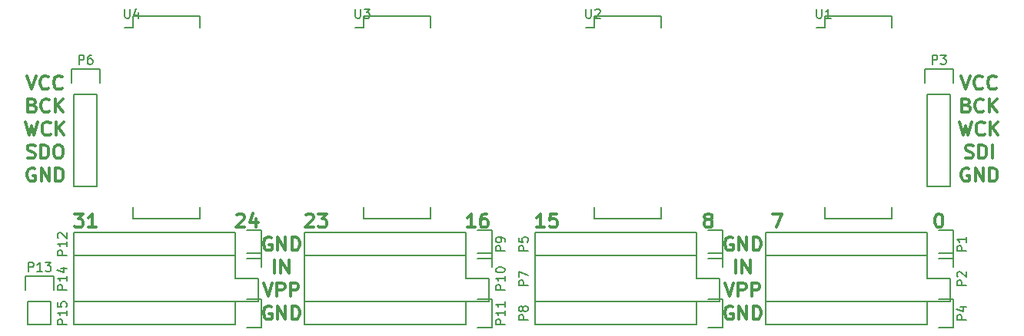
<source format=gbr>
G04 #@! TF.FileFunction,Legend,Top*
%FSLAX46Y46*%
G04 Gerber Fmt 4.6, Leading zero omitted, Abs format (unit mm)*
G04 Created by KiCad (PCBNEW 4.0.2+dfsg1-stable) date Fri 15 Jul 2016 15:34:48 BRT*
%MOMM*%
G01*
G04 APERTURE LIST*
%ADD10C,0.100000*%
%ADD11C,0.300000*%
%ADD12C,0.150000*%
G04 APERTURE END LIST*
D10*
D11*
X180245000Y-110938571D02*
X180745000Y-112438571D01*
X181245000Y-110938571D01*
X182602143Y-112295714D02*
X182530714Y-112367143D01*
X182316428Y-112438571D01*
X182173571Y-112438571D01*
X181959286Y-112367143D01*
X181816428Y-112224286D01*
X181745000Y-112081429D01*
X181673571Y-111795714D01*
X181673571Y-111581429D01*
X181745000Y-111295714D01*
X181816428Y-111152857D01*
X181959286Y-111010000D01*
X182173571Y-110938571D01*
X182316428Y-110938571D01*
X182530714Y-111010000D01*
X182602143Y-111081429D01*
X184102143Y-112295714D02*
X184030714Y-112367143D01*
X183816428Y-112438571D01*
X183673571Y-112438571D01*
X183459286Y-112367143D01*
X183316428Y-112224286D01*
X183245000Y-112081429D01*
X183173571Y-111795714D01*
X183173571Y-111581429D01*
X183245000Y-111295714D01*
X183316428Y-111152857D01*
X183459286Y-111010000D01*
X183673571Y-110938571D01*
X183816428Y-110938571D01*
X184030714Y-111010000D01*
X184102143Y-111081429D01*
X181102143Y-121170000D02*
X180959286Y-121098571D01*
X180745000Y-121098571D01*
X180530715Y-121170000D01*
X180387857Y-121312857D01*
X180316429Y-121455714D01*
X180245000Y-121741429D01*
X180245000Y-121955714D01*
X180316429Y-122241429D01*
X180387857Y-122384286D01*
X180530715Y-122527143D01*
X180745000Y-122598571D01*
X180887857Y-122598571D01*
X181102143Y-122527143D01*
X181173572Y-122455714D01*
X181173572Y-121955714D01*
X180887857Y-121955714D01*
X181816429Y-122598571D02*
X181816429Y-121098571D01*
X182673572Y-122598571D01*
X182673572Y-121098571D01*
X183387858Y-122598571D02*
X183387858Y-121098571D01*
X183745001Y-121098571D01*
X183959286Y-121170000D01*
X184102144Y-121312857D01*
X184173572Y-121455714D01*
X184245001Y-121741429D01*
X184245001Y-121955714D01*
X184173572Y-122241429D01*
X184102144Y-122384286D01*
X183959286Y-122527143D01*
X183745001Y-122598571D01*
X183387858Y-122598571D01*
X180709286Y-119987143D02*
X180923572Y-120058571D01*
X181280715Y-120058571D01*
X181423572Y-119987143D01*
X181495001Y-119915714D01*
X181566429Y-119772857D01*
X181566429Y-119630000D01*
X181495001Y-119487143D01*
X181423572Y-119415714D01*
X181280715Y-119344286D01*
X180995001Y-119272857D01*
X180852143Y-119201429D01*
X180780715Y-119130000D01*
X180709286Y-118987143D01*
X180709286Y-118844286D01*
X180780715Y-118701429D01*
X180852143Y-118630000D01*
X180995001Y-118558571D01*
X181352143Y-118558571D01*
X181566429Y-118630000D01*
X182209286Y-120058571D02*
X182209286Y-118558571D01*
X182566429Y-118558571D01*
X182780714Y-118630000D01*
X182923572Y-118772857D01*
X182995000Y-118915714D01*
X183066429Y-119201429D01*
X183066429Y-119415714D01*
X182995000Y-119701429D01*
X182923572Y-119844286D01*
X182780714Y-119987143D01*
X182566429Y-120058571D01*
X182209286Y-120058571D01*
X183709286Y-120058571D02*
X183709286Y-118558571D01*
X180102143Y-116018571D02*
X180459286Y-117518571D01*
X180745000Y-116447143D01*
X181030714Y-117518571D01*
X181387857Y-116018571D01*
X182816429Y-117375714D02*
X182745000Y-117447143D01*
X182530714Y-117518571D01*
X182387857Y-117518571D01*
X182173572Y-117447143D01*
X182030714Y-117304286D01*
X181959286Y-117161429D01*
X181887857Y-116875714D01*
X181887857Y-116661429D01*
X181959286Y-116375714D01*
X182030714Y-116232857D01*
X182173572Y-116090000D01*
X182387857Y-116018571D01*
X182530714Y-116018571D01*
X182745000Y-116090000D01*
X182816429Y-116161429D01*
X183459286Y-117518571D02*
X183459286Y-116018571D01*
X184316429Y-117518571D02*
X183673572Y-116661429D01*
X184316429Y-116018571D02*
X183459286Y-116875714D01*
X180852143Y-114192857D02*
X181066429Y-114264286D01*
X181137857Y-114335714D01*
X181209286Y-114478571D01*
X181209286Y-114692857D01*
X181137857Y-114835714D01*
X181066429Y-114907143D01*
X180923571Y-114978571D01*
X180352143Y-114978571D01*
X180352143Y-113478571D01*
X180852143Y-113478571D01*
X180995000Y-113550000D01*
X181066429Y-113621429D01*
X181137857Y-113764286D01*
X181137857Y-113907143D01*
X181066429Y-114050000D01*
X180995000Y-114121429D01*
X180852143Y-114192857D01*
X180352143Y-114192857D01*
X182709286Y-114835714D02*
X182637857Y-114907143D01*
X182423571Y-114978571D01*
X182280714Y-114978571D01*
X182066429Y-114907143D01*
X181923571Y-114764286D01*
X181852143Y-114621429D01*
X181780714Y-114335714D01*
X181780714Y-114121429D01*
X181852143Y-113835714D01*
X181923571Y-113692857D01*
X182066429Y-113550000D01*
X182280714Y-113478571D01*
X182423571Y-113478571D01*
X182637857Y-113550000D01*
X182709286Y-113621429D01*
X183352143Y-114978571D02*
X183352143Y-113478571D01*
X184209286Y-114978571D02*
X183566429Y-114121429D01*
X184209286Y-113478571D02*
X183352143Y-114335714D01*
X78232143Y-121170000D02*
X78089286Y-121098571D01*
X77875000Y-121098571D01*
X77660715Y-121170000D01*
X77517857Y-121312857D01*
X77446429Y-121455714D01*
X77375000Y-121741429D01*
X77375000Y-121955714D01*
X77446429Y-122241429D01*
X77517857Y-122384286D01*
X77660715Y-122527143D01*
X77875000Y-122598571D01*
X78017857Y-122598571D01*
X78232143Y-122527143D01*
X78303572Y-122455714D01*
X78303572Y-121955714D01*
X78017857Y-121955714D01*
X78946429Y-122598571D02*
X78946429Y-121098571D01*
X79803572Y-122598571D01*
X79803572Y-121098571D01*
X80517858Y-122598571D02*
X80517858Y-121098571D01*
X80875001Y-121098571D01*
X81089286Y-121170000D01*
X81232144Y-121312857D01*
X81303572Y-121455714D01*
X81375001Y-121741429D01*
X81375001Y-121955714D01*
X81303572Y-122241429D01*
X81232144Y-122384286D01*
X81089286Y-122527143D01*
X80875001Y-122598571D01*
X80517858Y-122598571D01*
X77410714Y-119987143D02*
X77625000Y-120058571D01*
X77982143Y-120058571D01*
X78125000Y-119987143D01*
X78196429Y-119915714D01*
X78267857Y-119772857D01*
X78267857Y-119630000D01*
X78196429Y-119487143D01*
X78125000Y-119415714D01*
X77982143Y-119344286D01*
X77696429Y-119272857D01*
X77553571Y-119201429D01*
X77482143Y-119130000D01*
X77410714Y-118987143D01*
X77410714Y-118844286D01*
X77482143Y-118701429D01*
X77553571Y-118630000D01*
X77696429Y-118558571D01*
X78053571Y-118558571D01*
X78267857Y-118630000D01*
X78910714Y-120058571D02*
X78910714Y-118558571D01*
X79267857Y-118558571D01*
X79482142Y-118630000D01*
X79625000Y-118772857D01*
X79696428Y-118915714D01*
X79767857Y-119201429D01*
X79767857Y-119415714D01*
X79696428Y-119701429D01*
X79625000Y-119844286D01*
X79482142Y-119987143D01*
X79267857Y-120058571D01*
X78910714Y-120058571D01*
X80696428Y-118558571D02*
X80982142Y-118558571D01*
X81125000Y-118630000D01*
X81267857Y-118772857D01*
X81339285Y-119058571D01*
X81339285Y-119558571D01*
X81267857Y-119844286D01*
X81125000Y-119987143D01*
X80982142Y-120058571D01*
X80696428Y-120058571D01*
X80553571Y-119987143D01*
X80410714Y-119844286D01*
X80339285Y-119558571D01*
X80339285Y-119058571D01*
X80410714Y-118772857D01*
X80553571Y-118630000D01*
X80696428Y-118558571D01*
X77232143Y-116018571D02*
X77589286Y-117518571D01*
X77875000Y-116447143D01*
X78160714Y-117518571D01*
X78517857Y-116018571D01*
X79946429Y-117375714D02*
X79875000Y-117447143D01*
X79660714Y-117518571D01*
X79517857Y-117518571D01*
X79303572Y-117447143D01*
X79160714Y-117304286D01*
X79089286Y-117161429D01*
X79017857Y-116875714D01*
X79017857Y-116661429D01*
X79089286Y-116375714D01*
X79160714Y-116232857D01*
X79303572Y-116090000D01*
X79517857Y-116018571D01*
X79660714Y-116018571D01*
X79875000Y-116090000D01*
X79946429Y-116161429D01*
X80589286Y-117518571D02*
X80589286Y-116018571D01*
X81446429Y-117518571D02*
X80803572Y-116661429D01*
X81446429Y-116018571D02*
X80589286Y-116875714D01*
X77982143Y-114192857D02*
X78196429Y-114264286D01*
X78267857Y-114335714D01*
X78339286Y-114478571D01*
X78339286Y-114692857D01*
X78267857Y-114835714D01*
X78196429Y-114907143D01*
X78053571Y-114978571D01*
X77482143Y-114978571D01*
X77482143Y-113478571D01*
X77982143Y-113478571D01*
X78125000Y-113550000D01*
X78196429Y-113621429D01*
X78267857Y-113764286D01*
X78267857Y-113907143D01*
X78196429Y-114050000D01*
X78125000Y-114121429D01*
X77982143Y-114192857D01*
X77482143Y-114192857D01*
X79839286Y-114835714D02*
X79767857Y-114907143D01*
X79553571Y-114978571D01*
X79410714Y-114978571D01*
X79196429Y-114907143D01*
X79053571Y-114764286D01*
X78982143Y-114621429D01*
X78910714Y-114335714D01*
X78910714Y-114121429D01*
X78982143Y-113835714D01*
X79053571Y-113692857D01*
X79196429Y-113550000D01*
X79410714Y-113478571D01*
X79553571Y-113478571D01*
X79767857Y-113550000D01*
X79839286Y-113621429D01*
X80482143Y-114978571D02*
X80482143Y-113478571D01*
X81339286Y-114978571D02*
X80696429Y-114121429D01*
X81339286Y-113478571D02*
X80482143Y-114335714D01*
X77375000Y-110938571D02*
X77875000Y-112438571D01*
X78375000Y-110938571D01*
X79732143Y-112295714D02*
X79660714Y-112367143D01*
X79446428Y-112438571D01*
X79303571Y-112438571D01*
X79089286Y-112367143D01*
X78946428Y-112224286D01*
X78875000Y-112081429D01*
X78803571Y-111795714D01*
X78803571Y-111581429D01*
X78875000Y-111295714D01*
X78946428Y-111152857D01*
X79089286Y-111010000D01*
X79303571Y-110938571D01*
X79446428Y-110938571D01*
X79660714Y-111010000D01*
X79732143Y-111081429D01*
X81232143Y-112295714D02*
X81160714Y-112367143D01*
X80946428Y-112438571D01*
X80803571Y-112438571D01*
X80589286Y-112367143D01*
X80446428Y-112224286D01*
X80375000Y-112081429D01*
X80303571Y-111795714D01*
X80303571Y-111581429D01*
X80375000Y-111295714D01*
X80446428Y-111152857D01*
X80589286Y-111010000D01*
X80803571Y-110938571D01*
X80946428Y-110938571D01*
X81160714Y-111010000D01*
X81232143Y-111081429D01*
X177728572Y-126178571D02*
X177871429Y-126178571D01*
X178014286Y-126250000D01*
X178085715Y-126321429D01*
X178157144Y-126464286D01*
X178228572Y-126750000D01*
X178228572Y-127107143D01*
X178157144Y-127392857D01*
X178085715Y-127535714D01*
X178014286Y-127607143D01*
X177871429Y-127678571D01*
X177728572Y-127678571D01*
X177585715Y-127607143D01*
X177514286Y-127535714D01*
X177442858Y-127392857D01*
X177371429Y-127107143D01*
X177371429Y-126750000D01*
X177442858Y-126464286D01*
X177514286Y-126321429D01*
X177585715Y-126250000D01*
X177728572Y-126178571D01*
X159520001Y-126178571D02*
X160520001Y-126178571D01*
X159877144Y-127678571D01*
X152257144Y-126821429D02*
X152114286Y-126750000D01*
X152042858Y-126678571D01*
X151971429Y-126535714D01*
X151971429Y-126464286D01*
X152042858Y-126321429D01*
X152114286Y-126250000D01*
X152257144Y-126178571D01*
X152542858Y-126178571D01*
X152685715Y-126250000D01*
X152757144Y-126321429D01*
X152828572Y-126464286D01*
X152828572Y-126535714D01*
X152757144Y-126678571D01*
X152685715Y-126750000D01*
X152542858Y-126821429D01*
X152257144Y-126821429D01*
X152114286Y-126892857D01*
X152042858Y-126964286D01*
X151971429Y-127107143D01*
X151971429Y-127392857D01*
X152042858Y-127535714D01*
X152114286Y-127607143D01*
X152257144Y-127678571D01*
X152542858Y-127678571D01*
X152685715Y-127607143D01*
X152757144Y-127535714D01*
X152828572Y-127392857D01*
X152828572Y-127107143D01*
X152757144Y-126964286D01*
X152685715Y-126892857D01*
X152542858Y-126821429D01*
X134334286Y-127678571D02*
X133477143Y-127678571D01*
X133905715Y-127678571D02*
X133905715Y-126178571D01*
X133762858Y-126392857D01*
X133620000Y-126535714D01*
X133477143Y-126607143D01*
X135691429Y-126178571D02*
X134977143Y-126178571D01*
X134905714Y-126892857D01*
X134977143Y-126821429D01*
X135120000Y-126750000D01*
X135477143Y-126750000D01*
X135620000Y-126821429D01*
X135691429Y-126892857D01*
X135762857Y-127035714D01*
X135762857Y-127392857D01*
X135691429Y-127535714D01*
X135620000Y-127607143D01*
X135477143Y-127678571D01*
X135120000Y-127678571D01*
X134977143Y-127607143D01*
X134905714Y-127535714D01*
X126714286Y-127678571D02*
X125857143Y-127678571D01*
X126285715Y-127678571D02*
X126285715Y-126178571D01*
X126142858Y-126392857D01*
X126000000Y-126535714D01*
X125857143Y-126607143D01*
X128000000Y-126178571D02*
X127714286Y-126178571D01*
X127571429Y-126250000D01*
X127500000Y-126321429D01*
X127357143Y-126535714D01*
X127285714Y-126821429D01*
X127285714Y-127392857D01*
X127357143Y-127535714D01*
X127428571Y-127607143D01*
X127571429Y-127678571D01*
X127857143Y-127678571D01*
X128000000Y-127607143D01*
X128071429Y-127535714D01*
X128142857Y-127392857D01*
X128142857Y-127035714D01*
X128071429Y-126892857D01*
X128000000Y-126821429D01*
X127857143Y-126750000D01*
X127571429Y-126750000D01*
X127428571Y-126821429D01*
X127357143Y-126892857D01*
X127285714Y-127035714D01*
X108077143Y-126321429D02*
X108148572Y-126250000D01*
X108291429Y-126178571D01*
X108648572Y-126178571D01*
X108791429Y-126250000D01*
X108862858Y-126321429D01*
X108934286Y-126464286D01*
X108934286Y-126607143D01*
X108862858Y-126821429D01*
X108005715Y-127678571D01*
X108934286Y-127678571D01*
X109434286Y-126178571D02*
X110362857Y-126178571D01*
X109862857Y-126750000D01*
X110077143Y-126750000D01*
X110220000Y-126821429D01*
X110291429Y-126892857D01*
X110362857Y-127035714D01*
X110362857Y-127392857D01*
X110291429Y-127535714D01*
X110220000Y-127607143D01*
X110077143Y-127678571D01*
X109648571Y-127678571D01*
X109505714Y-127607143D01*
X109434286Y-127535714D01*
X100457143Y-126321429D02*
X100528572Y-126250000D01*
X100671429Y-126178571D01*
X101028572Y-126178571D01*
X101171429Y-126250000D01*
X101242858Y-126321429D01*
X101314286Y-126464286D01*
X101314286Y-126607143D01*
X101242858Y-126821429D01*
X100385715Y-127678571D01*
X101314286Y-127678571D01*
X102600000Y-126678571D02*
X102600000Y-127678571D01*
X102242857Y-126107143D02*
X101885714Y-127178571D01*
X102814286Y-127178571D01*
X82605715Y-126178571D02*
X83534286Y-126178571D01*
X83034286Y-126750000D01*
X83248572Y-126750000D01*
X83391429Y-126821429D01*
X83462858Y-126892857D01*
X83534286Y-127035714D01*
X83534286Y-127392857D01*
X83462858Y-127535714D01*
X83391429Y-127607143D01*
X83248572Y-127678571D01*
X82820000Y-127678571D01*
X82677143Y-127607143D01*
X82605715Y-127535714D01*
X84962857Y-127678571D02*
X84105714Y-127678571D01*
X84534286Y-127678571D02*
X84534286Y-126178571D01*
X84391429Y-126392857D01*
X84248571Y-126535714D01*
X84105714Y-126607143D01*
X155067143Y-136410000D02*
X154924286Y-136338571D01*
X154710000Y-136338571D01*
X154495715Y-136410000D01*
X154352857Y-136552857D01*
X154281429Y-136695714D01*
X154210000Y-136981429D01*
X154210000Y-137195714D01*
X154281429Y-137481429D01*
X154352857Y-137624286D01*
X154495715Y-137767143D01*
X154710000Y-137838571D01*
X154852857Y-137838571D01*
X155067143Y-137767143D01*
X155138572Y-137695714D01*
X155138572Y-137195714D01*
X154852857Y-137195714D01*
X155781429Y-137838571D02*
X155781429Y-136338571D01*
X156638572Y-137838571D01*
X156638572Y-136338571D01*
X157352858Y-137838571D02*
X157352858Y-136338571D01*
X157710001Y-136338571D01*
X157924286Y-136410000D01*
X158067144Y-136552857D01*
X158138572Y-136695714D01*
X158210001Y-136981429D01*
X158210001Y-137195714D01*
X158138572Y-137481429D01*
X158067144Y-137624286D01*
X157924286Y-137767143D01*
X157710001Y-137838571D01*
X157352858Y-137838571D01*
X154210000Y-133798571D02*
X154710000Y-135298571D01*
X155210000Y-133798571D01*
X155710000Y-135298571D02*
X155710000Y-133798571D01*
X156281428Y-133798571D01*
X156424286Y-133870000D01*
X156495714Y-133941429D01*
X156567143Y-134084286D01*
X156567143Y-134298571D01*
X156495714Y-134441429D01*
X156424286Y-134512857D01*
X156281428Y-134584286D01*
X155710000Y-134584286D01*
X157210000Y-135298571D02*
X157210000Y-133798571D01*
X157781428Y-133798571D01*
X157924286Y-133870000D01*
X157995714Y-133941429D01*
X158067143Y-134084286D01*
X158067143Y-134298571D01*
X157995714Y-134441429D01*
X157924286Y-134512857D01*
X157781428Y-134584286D01*
X157210000Y-134584286D01*
X155424286Y-132758571D02*
X155424286Y-131258571D01*
X156138572Y-132758571D02*
X156138572Y-131258571D01*
X156995715Y-132758571D01*
X156995715Y-131258571D01*
X155067143Y-128790000D02*
X154924286Y-128718571D01*
X154710000Y-128718571D01*
X154495715Y-128790000D01*
X154352857Y-128932857D01*
X154281429Y-129075714D01*
X154210000Y-129361429D01*
X154210000Y-129575714D01*
X154281429Y-129861429D01*
X154352857Y-130004286D01*
X154495715Y-130147143D01*
X154710000Y-130218571D01*
X154852857Y-130218571D01*
X155067143Y-130147143D01*
X155138572Y-130075714D01*
X155138572Y-129575714D01*
X154852857Y-129575714D01*
X155781429Y-130218571D02*
X155781429Y-128718571D01*
X156638572Y-130218571D01*
X156638572Y-128718571D01*
X157352858Y-130218571D02*
X157352858Y-128718571D01*
X157710001Y-128718571D01*
X157924286Y-128790000D01*
X158067144Y-128932857D01*
X158138572Y-129075714D01*
X158210001Y-129361429D01*
X158210001Y-129575714D01*
X158138572Y-129861429D01*
X158067144Y-130004286D01*
X157924286Y-130147143D01*
X157710001Y-130218571D01*
X157352858Y-130218571D01*
X104267143Y-136410000D02*
X104124286Y-136338571D01*
X103910000Y-136338571D01*
X103695715Y-136410000D01*
X103552857Y-136552857D01*
X103481429Y-136695714D01*
X103410000Y-136981429D01*
X103410000Y-137195714D01*
X103481429Y-137481429D01*
X103552857Y-137624286D01*
X103695715Y-137767143D01*
X103910000Y-137838571D01*
X104052857Y-137838571D01*
X104267143Y-137767143D01*
X104338572Y-137695714D01*
X104338572Y-137195714D01*
X104052857Y-137195714D01*
X104981429Y-137838571D02*
X104981429Y-136338571D01*
X105838572Y-137838571D01*
X105838572Y-136338571D01*
X106552858Y-137838571D02*
X106552858Y-136338571D01*
X106910001Y-136338571D01*
X107124286Y-136410000D01*
X107267144Y-136552857D01*
X107338572Y-136695714D01*
X107410001Y-136981429D01*
X107410001Y-137195714D01*
X107338572Y-137481429D01*
X107267144Y-137624286D01*
X107124286Y-137767143D01*
X106910001Y-137838571D01*
X106552858Y-137838571D01*
X103410000Y-133798571D02*
X103910000Y-135298571D01*
X104410000Y-133798571D01*
X104910000Y-135298571D02*
X104910000Y-133798571D01*
X105481428Y-133798571D01*
X105624286Y-133870000D01*
X105695714Y-133941429D01*
X105767143Y-134084286D01*
X105767143Y-134298571D01*
X105695714Y-134441429D01*
X105624286Y-134512857D01*
X105481428Y-134584286D01*
X104910000Y-134584286D01*
X106410000Y-135298571D02*
X106410000Y-133798571D01*
X106981428Y-133798571D01*
X107124286Y-133870000D01*
X107195714Y-133941429D01*
X107267143Y-134084286D01*
X107267143Y-134298571D01*
X107195714Y-134441429D01*
X107124286Y-134512857D01*
X106981428Y-134584286D01*
X106410000Y-134584286D01*
X104624286Y-132758571D02*
X104624286Y-131258571D01*
X105338572Y-132758571D02*
X105338572Y-131258571D01*
X106195715Y-132758571D01*
X106195715Y-131258571D01*
X104267143Y-128790000D02*
X104124286Y-128718571D01*
X103910000Y-128718571D01*
X103695715Y-128790000D01*
X103552857Y-128932857D01*
X103481429Y-129075714D01*
X103410000Y-129361429D01*
X103410000Y-129575714D01*
X103481429Y-129861429D01*
X103552857Y-130004286D01*
X103695715Y-130147143D01*
X103910000Y-130218571D01*
X104052857Y-130218571D01*
X104267143Y-130147143D01*
X104338572Y-130075714D01*
X104338572Y-129575714D01*
X104052857Y-129575714D01*
X104981429Y-130218571D02*
X104981429Y-128718571D01*
X105838572Y-130218571D01*
X105838572Y-128718571D01*
X106552858Y-130218571D02*
X106552858Y-128718571D01*
X106910001Y-128718571D01*
X107124286Y-128790000D01*
X107267144Y-128932857D01*
X107338572Y-129075714D01*
X107410001Y-129361429D01*
X107410001Y-129575714D01*
X107338572Y-129861429D01*
X107267144Y-130004286D01*
X107124286Y-130147143D01*
X106910001Y-130218571D01*
X106552858Y-130218571D01*
D12*
X176530000Y-130810000D02*
X158750000Y-130810000D01*
X158750000Y-130810000D02*
X158750000Y-128270000D01*
X158750000Y-128270000D02*
X176530000Y-128270000D01*
X179350000Y-131090000D02*
X177800000Y-131090000D01*
X176530000Y-130810000D02*
X176530000Y-128270000D01*
X177800000Y-127990000D02*
X179350000Y-127990000D01*
X179350000Y-127990000D02*
X179350000Y-131090000D01*
X158750000Y-135890000D02*
X179070000Y-135890000D01*
X176530000Y-130810000D02*
X158750000Y-130810000D01*
X158750000Y-135890000D02*
X158750000Y-130810000D01*
X179070000Y-135890000D02*
X179070000Y-133350000D01*
X179350000Y-132080000D02*
X179350000Y-130530000D01*
X179070000Y-133350000D02*
X176530000Y-133350000D01*
X176530000Y-133350000D02*
X176530000Y-130810000D01*
X179350000Y-130530000D02*
X177800000Y-130530000D01*
X176250000Y-111760000D02*
X176250000Y-110210000D01*
X176250000Y-110210000D02*
X179350000Y-110210000D01*
X179350000Y-110210000D02*
X179350000Y-111760000D01*
X179070000Y-113030000D02*
X179070000Y-123190000D01*
X179070000Y-123190000D02*
X176530000Y-123190000D01*
X176530000Y-123190000D02*
X176530000Y-113030000D01*
X179070000Y-113030000D02*
X176530000Y-113030000D01*
X176530000Y-138430000D02*
X158750000Y-138430000D01*
X158750000Y-138430000D02*
X158750000Y-135890000D01*
X158750000Y-135890000D02*
X176530000Y-135890000D01*
X179350000Y-138710000D02*
X177800000Y-138710000D01*
X176530000Y-138430000D02*
X176530000Y-135890000D01*
X177800000Y-135610000D02*
X179350000Y-135610000D01*
X179350000Y-135610000D02*
X179350000Y-138710000D01*
X151130000Y-130810000D02*
X133350000Y-130810000D01*
X133350000Y-130810000D02*
X133350000Y-128270000D01*
X133350000Y-128270000D02*
X151130000Y-128270000D01*
X153950000Y-131090000D02*
X152400000Y-131090000D01*
X151130000Y-130810000D02*
X151130000Y-128270000D01*
X152400000Y-127990000D02*
X153950000Y-127990000D01*
X153950000Y-127990000D02*
X153950000Y-131090000D01*
X82270000Y-111760000D02*
X82270000Y-110210000D01*
X82270000Y-110210000D02*
X85370000Y-110210000D01*
X85370000Y-110210000D02*
X85370000Y-111760000D01*
X85090000Y-113030000D02*
X85090000Y-123190000D01*
X85090000Y-123190000D02*
X82550000Y-123190000D01*
X82550000Y-123190000D02*
X82550000Y-113030000D01*
X85090000Y-113030000D02*
X82550000Y-113030000D01*
X133350000Y-135890000D02*
X153670000Y-135890000D01*
X151130000Y-130810000D02*
X133350000Y-130810000D01*
X133350000Y-135890000D02*
X133350000Y-130810000D01*
X153670000Y-135890000D02*
X153670000Y-133350000D01*
X153950000Y-132080000D02*
X153950000Y-130530000D01*
X153670000Y-133350000D02*
X151130000Y-133350000D01*
X151130000Y-133350000D02*
X151130000Y-130810000D01*
X153950000Y-130530000D02*
X152400000Y-130530000D01*
X151130000Y-138430000D02*
X133350000Y-138430000D01*
X133350000Y-138430000D02*
X133350000Y-135890000D01*
X133350000Y-135890000D02*
X151130000Y-135890000D01*
X153950000Y-138710000D02*
X152400000Y-138710000D01*
X151130000Y-138430000D02*
X151130000Y-135890000D01*
X152400000Y-135610000D02*
X153950000Y-135610000D01*
X153950000Y-135610000D02*
X153950000Y-138710000D01*
X125730000Y-130810000D02*
X107950000Y-130810000D01*
X107950000Y-130810000D02*
X107950000Y-128270000D01*
X107950000Y-128270000D02*
X125730000Y-128270000D01*
X128550000Y-131090000D02*
X127000000Y-131090000D01*
X125730000Y-130810000D02*
X125730000Y-128270000D01*
X127000000Y-127990000D02*
X128550000Y-127990000D01*
X128550000Y-127990000D02*
X128550000Y-131090000D01*
X107950000Y-135890000D02*
X128270000Y-135890000D01*
X125730000Y-130810000D02*
X107950000Y-130810000D01*
X107950000Y-135890000D02*
X107950000Y-130810000D01*
X128270000Y-135890000D02*
X128270000Y-133350000D01*
X128550000Y-132080000D02*
X128550000Y-130530000D01*
X128270000Y-133350000D02*
X125730000Y-133350000D01*
X125730000Y-133350000D02*
X125730000Y-130810000D01*
X128550000Y-130530000D02*
X127000000Y-130530000D01*
X125730000Y-138430000D02*
X107950000Y-138430000D01*
X107950000Y-138430000D02*
X107950000Y-135890000D01*
X107950000Y-135890000D02*
X125730000Y-135890000D01*
X128550000Y-138710000D02*
X127000000Y-138710000D01*
X125730000Y-138430000D02*
X125730000Y-135890000D01*
X127000000Y-135610000D02*
X128550000Y-135610000D01*
X128550000Y-135610000D02*
X128550000Y-138710000D01*
X100330000Y-130810000D02*
X82550000Y-130810000D01*
X82550000Y-130810000D02*
X82550000Y-128270000D01*
X82550000Y-128270000D02*
X100330000Y-128270000D01*
X103150000Y-131090000D02*
X101600000Y-131090000D01*
X100330000Y-130810000D02*
X100330000Y-128270000D01*
X101600000Y-127990000D02*
X103150000Y-127990000D01*
X103150000Y-127990000D02*
X103150000Y-131090000D01*
X80010000Y-135890000D02*
X80010000Y-138430000D01*
X80290000Y-133070000D02*
X80290000Y-134620000D01*
X80010000Y-135890000D02*
X77470000Y-135890000D01*
X77190000Y-134620000D02*
X77190000Y-133070000D01*
X77190000Y-133070000D02*
X80290000Y-133070000D01*
X77470000Y-135890000D02*
X77470000Y-138430000D01*
X77470000Y-138430000D02*
X80010000Y-138430000D01*
X82550000Y-135890000D02*
X102870000Y-135890000D01*
X100330000Y-130810000D02*
X82550000Y-130810000D01*
X82550000Y-135890000D02*
X82550000Y-130810000D01*
X102870000Y-135890000D02*
X102870000Y-133350000D01*
X103150000Y-132080000D02*
X103150000Y-130530000D01*
X102870000Y-133350000D02*
X100330000Y-133350000D01*
X100330000Y-133350000D02*
X100330000Y-130810000D01*
X103150000Y-130530000D02*
X101600000Y-130530000D01*
X100330000Y-138430000D02*
X82550000Y-138430000D01*
X82550000Y-138430000D02*
X82550000Y-135890000D01*
X82550000Y-135890000D02*
X100330000Y-135890000D01*
X103150000Y-138710000D02*
X101600000Y-138710000D01*
X100330000Y-138430000D02*
X100330000Y-135890000D01*
X101600000Y-135610000D02*
X103150000Y-135610000D01*
X103150000Y-135610000D02*
X103150000Y-138710000D01*
X165235000Y-104385000D02*
X165235000Y-105655000D01*
X172585000Y-104385000D02*
X172585000Y-105655000D01*
X172585000Y-126755000D02*
X172585000Y-125485000D01*
X165235000Y-126755000D02*
X165235000Y-125485000D01*
X165235000Y-104385000D02*
X172585000Y-104385000D01*
X165235000Y-126755000D02*
X172585000Y-126755000D01*
X165235000Y-105655000D02*
X164300000Y-105655000D01*
X139835000Y-104385000D02*
X139835000Y-105655000D01*
X147185000Y-104385000D02*
X147185000Y-105655000D01*
X147185000Y-126755000D02*
X147185000Y-125485000D01*
X139835000Y-126755000D02*
X139835000Y-125485000D01*
X139835000Y-104385000D02*
X147185000Y-104385000D01*
X139835000Y-126755000D02*
X147185000Y-126755000D01*
X139835000Y-105655000D02*
X138900000Y-105655000D01*
X114435000Y-104385000D02*
X114435000Y-105655000D01*
X121785000Y-104385000D02*
X121785000Y-105655000D01*
X121785000Y-126755000D02*
X121785000Y-125485000D01*
X114435000Y-126755000D02*
X114435000Y-125485000D01*
X114435000Y-104385000D02*
X121785000Y-104385000D01*
X114435000Y-126755000D02*
X121785000Y-126755000D01*
X114435000Y-105655000D02*
X113500000Y-105655000D01*
X89035000Y-104385000D02*
X89035000Y-105655000D01*
X96385000Y-104385000D02*
X96385000Y-105655000D01*
X96385000Y-126755000D02*
X96385000Y-125485000D01*
X89035000Y-126755000D02*
X89035000Y-125485000D01*
X89035000Y-104385000D02*
X96385000Y-104385000D01*
X89035000Y-126755000D02*
X96385000Y-126755000D01*
X89035000Y-105655000D02*
X88100000Y-105655000D01*
X180792381Y-130278095D02*
X179792381Y-130278095D01*
X179792381Y-129897142D01*
X179840000Y-129801904D01*
X179887619Y-129754285D01*
X179982857Y-129706666D01*
X180125714Y-129706666D01*
X180220952Y-129754285D01*
X180268571Y-129801904D01*
X180316190Y-129897142D01*
X180316190Y-130278095D01*
X180792381Y-128754285D02*
X180792381Y-129325714D01*
X180792381Y-129040000D02*
X179792381Y-129040000D01*
X179935238Y-129135238D01*
X180030476Y-129230476D01*
X180078095Y-129325714D01*
X180792381Y-134088095D02*
X179792381Y-134088095D01*
X179792381Y-133707142D01*
X179840000Y-133611904D01*
X179887619Y-133564285D01*
X179982857Y-133516666D01*
X180125714Y-133516666D01*
X180220952Y-133564285D01*
X180268571Y-133611904D01*
X180316190Y-133707142D01*
X180316190Y-134088095D01*
X179887619Y-133135714D02*
X179840000Y-133088095D01*
X179792381Y-132992857D01*
X179792381Y-132754761D01*
X179840000Y-132659523D01*
X179887619Y-132611904D01*
X179982857Y-132564285D01*
X180078095Y-132564285D01*
X180220952Y-132611904D01*
X180792381Y-133183333D01*
X180792381Y-132564285D01*
X177061905Y-109672381D02*
X177061905Y-108672381D01*
X177442858Y-108672381D01*
X177538096Y-108720000D01*
X177585715Y-108767619D01*
X177633334Y-108862857D01*
X177633334Y-109005714D01*
X177585715Y-109100952D01*
X177538096Y-109148571D01*
X177442858Y-109196190D01*
X177061905Y-109196190D01*
X177966667Y-108672381D02*
X178585715Y-108672381D01*
X178252381Y-109053333D01*
X178395239Y-109053333D01*
X178490477Y-109100952D01*
X178538096Y-109148571D01*
X178585715Y-109243810D01*
X178585715Y-109481905D01*
X178538096Y-109577143D01*
X178490477Y-109624762D01*
X178395239Y-109672381D01*
X178109524Y-109672381D01*
X178014286Y-109624762D01*
X177966667Y-109577143D01*
X180792381Y-137898095D02*
X179792381Y-137898095D01*
X179792381Y-137517142D01*
X179840000Y-137421904D01*
X179887619Y-137374285D01*
X179982857Y-137326666D01*
X180125714Y-137326666D01*
X180220952Y-137374285D01*
X180268571Y-137421904D01*
X180316190Y-137517142D01*
X180316190Y-137898095D01*
X180125714Y-136469523D02*
X180792381Y-136469523D01*
X179744762Y-136707619D02*
X180459048Y-136945714D01*
X180459048Y-136326666D01*
X132532381Y-130278095D02*
X131532381Y-130278095D01*
X131532381Y-129897142D01*
X131580000Y-129801904D01*
X131627619Y-129754285D01*
X131722857Y-129706666D01*
X131865714Y-129706666D01*
X131960952Y-129754285D01*
X132008571Y-129801904D01*
X132056190Y-129897142D01*
X132056190Y-130278095D01*
X131532381Y-128801904D02*
X131532381Y-129278095D01*
X132008571Y-129325714D01*
X131960952Y-129278095D01*
X131913333Y-129182857D01*
X131913333Y-128944761D01*
X131960952Y-128849523D01*
X132008571Y-128801904D01*
X132103810Y-128754285D01*
X132341905Y-128754285D01*
X132437143Y-128801904D01*
X132484762Y-128849523D01*
X132532381Y-128944761D01*
X132532381Y-129182857D01*
X132484762Y-129278095D01*
X132437143Y-129325714D01*
X83081905Y-109672381D02*
X83081905Y-108672381D01*
X83462858Y-108672381D01*
X83558096Y-108720000D01*
X83605715Y-108767619D01*
X83653334Y-108862857D01*
X83653334Y-109005714D01*
X83605715Y-109100952D01*
X83558096Y-109148571D01*
X83462858Y-109196190D01*
X83081905Y-109196190D01*
X84510477Y-108672381D02*
X84320000Y-108672381D01*
X84224762Y-108720000D01*
X84177143Y-108767619D01*
X84081905Y-108910476D01*
X84034286Y-109100952D01*
X84034286Y-109481905D01*
X84081905Y-109577143D01*
X84129524Y-109624762D01*
X84224762Y-109672381D01*
X84415239Y-109672381D01*
X84510477Y-109624762D01*
X84558096Y-109577143D01*
X84605715Y-109481905D01*
X84605715Y-109243810D01*
X84558096Y-109148571D01*
X84510477Y-109100952D01*
X84415239Y-109053333D01*
X84224762Y-109053333D01*
X84129524Y-109100952D01*
X84081905Y-109148571D01*
X84034286Y-109243810D01*
X132532381Y-134088095D02*
X131532381Y-134088095D01*
X131532381Y-133707142D01*
X131580000Y-133611904D01*
X131627619Y-133564285D01*
X131722857Y-133516666D01*
X131865714Y-133516666D01*
X131960952Y-133564285D01*
X132008571Y-133611904D01*
X132056190Y-133707142D01*
X132056190Y-134088095D01*
X131532381Y-133183333D02*
X131532381Y-132516666D01*
X132532381Y-132945238D01*
X132532381Y-137898095D02*
X131532381Y-137898095D01*
X131532381Y-137517142D01*
X131580000Y-137421904D01*
X131627619Y-137374285D01*
X131722857Y-137326666D01*
X131865714Y-137326666D01*
X131960952Y-137374285D01*
X132008571Y-137421904D01*
X132056190Y-137517142D01*
X132056190Y-137898095D01*
X131960952Y-136755238D02*
X131913333Y-136850476D01*
X131865714Y-136898095D01*
X131770476Y-136945714D01*
X131722857Y-136945714D01*
X131627619Y-136898095D01*
X131580000Y-136850476D01*
X131532381Y-136755238D01*
X131532381Y-136564761D01*
X131580000Y-136469523D01*
X131627619Y-136421904D01*
X131722857Y-136374285D01*
X131770476Y-136374285D01*
X131865714Y-136421904D01*
X131913333Y-136469523D01*
X131960952Y-136564761D01*
X131960952Y-136755238D01*
X132008571Y-136850476D01*
X132056190Y-136898095D01*
X132151429Y-136945714D01*
X132341905Y-136945714D01*
X132437143Y-136898095D01*
X132484762Y-136850476D01*
X132532381Y-136755238D01*
X132532381Y-136564761D01*
X132484762Y-136469523D01*
X132437143Y-136421904D01*
X132341905Y-136374285D01*
X132151429Y-136374285D01*
X132056190Y-136421904D01*
X132008571Y-136469523D01*
X131960952Y-136564761D01*
X129992381Y-130278095D02*
X128992381Y-130278095D01*
X128992381Y-129897142D01*
X129040000Y-129801904D01*
X129087619Y-129754285D01*
X129182857Y-129706666D01*
X129325714Y-129706666D01*
X129420952Y-129754285D01*
X129468571Y-129801904D01*
X129516190Y-129897142D01*
X129516190Y-130278095D01*
X129992381Y-129230476D02*
X129992381Y-129040000D01*
X129944762Y-128944761D01*
X129897143Y-128897142D01*
X129754286Y-128801904D01*
X129563810Y-128754285D01*
X129182857Y-128754285D01*
X129087619Y-128801904D01*
X129040000Y-128849523D01*
X128992381Y-128944761D01*
X128992381Y-129135238D01*
X129040000Y-129230476D01*
X129087619Y-129278095D01*
X129182857Y-129325714D01*
X129420952Y-129325714D01*
X129516190Y-129278095D01*
X129563810Y-129230476D01*
X129611429Y-129135238D01*
X129611429Y-128944761D01*
X129563810Y-128849523D01*
X129516190Y-128801904D01*
X129420952Y-128754285D01*
X129992381Y-134564286D02*
X128992381Y-134564286D01*
X128992381Y-134183333D01*
X129040000Y-134088095D01*
X129087619Y-134040476D01*
X129182857Y-133992857D01*
X129325714Y-133992857D01*
X129420952Y-134040476D01*
X129468571Y-134088095D01*
X129516190Y-134183333D01*
X129516190Y-134564286D01*
X129992381Y-133040476D02*
X129992381Y-133611905D01*
X129992381Y-133326191D02*
X128992381Y-133326191D01*
X129135238Y-133421429D01*
X129230476Y-133516667D01*
X129278095Y-133611905D01*
X128992381Y-132421429D02*
X128992381Y-132326190D01*
X129040000Y-132230952D01*
X129087619Y-132183333D01*
X129182857Y-132135714D01*
X129373333Y-132088095D01*
X129611429Y-132088095D01*
X129801905Y-132135714D01*
X129897143Y-132183333D01*
X129944762Y-132230952D01*
X129992381Y-132326190D01*
X129992381Y-132421429D01*
X129944762Y-132516667D01*
X129897143Y-132564286D01*
X129801905Y-132611905D01*
X129611429Y-132659524D01*
X129373333Y-132659524D01*
X129182857Y-132611905D01*
X129087619Y-132564286D01*
X129040000Y-132516667D01*
X128992381Y-132421429D01*
X129992381Y-138374286D02*
X128992381Y-138374286D01*
X128992381Y-137993333D01*
X129040000Y-137898095D01*
X129087619Y-137850476D01*
X129182857Y-137802857D01*
X129325714Y-137802857D01*
X129420952Y-137850476D01*
X129468571Y-137898095D01*
X129516190Y-137993333D01*
X129516190Y-138374286D01*
X129992381Y-136850476D02*
X129992381Y-137421905D01*
X129992381Y-137136191D02*
X128992381Y-137136191D01*
X129135238Y-137231429D01*
X129230476Y-137326667D01*
X129278095Y-137421905D01*
X129992381Y-135898095D02*
X129992381Y-136469524D01*
X129992381Y-136183810D02*
X128992381Y-136183810D01*
X129135238Y-136279048D01*
X129230476Y-136374286D01*
X129278095Y-136469524D01*
X81732381Y-130754286D02*
X80732381Y-130754286D01*
X80732381Y-130373333D01*
X80780000Y-130278095D01*
X80827619Y-130230476D01*
X80922857Y-130182857D01*
X81065714Y-130182857D01*
X81160952Y-130230476D01*
X81208571Y-130278095D01*
X81256190Y-130373333D01*
X81256190Y-130754286D01*
X81732381Y-129230476D02*
X81732381Y-129801905D01*
X81732381Y-129516191D02*
X80732381Y-129516191D01*
X80875238Y-129611429D01*
X80970476Y-129706667D01*
X81018095Y-129801905D01*
X80827619Y-128849524D02*
X80780000Y-128801905D01*
X80732381Y-128706667D01*
X80732381Y-128468571D01*
X80780000Y-128373333D01*
X80827619Y-128325714D01*
X80922857Y-128278095D01*
X81018095Y-128278095D01*
X81160952Y-128325714D01*
X81732381Y-128897143D01*
X81732381Y-128278095D01*
X77525714Y-132532381D02*
X77525714Y-131532381D01*
X77906667Y-131532381D01*
X78001905Y-131580000D01*
X78049524Y-131627619D01*
X78097143Y-131722857D01*
X78097143Y-131865714D01*
X78049524Y-131960952D01*
X78001905Y-132008571D01*
X77906667Y-132056190D01*
X77525714Y-132056190D01*
X79049524Y-132532381D02*
X78478095Y-132532381D01*
X78763809Y-132532381D02*
X78763809Y-131532381D01*
X78668571Y-131675238D01*
X78573333Y-131770476D01*
X78478095Y-131818095D01*
X79382857Y-131532381D02*
X80001905Y-131532381D01*
X79668571Y-131913333D01*
X79811429Y-131913333D01*
X79906667Y-131960952D01*
X79954286Y-132008571D01*
X80001905Y-132103810D01*
X80001905Y-132341905D01*
X79954286Y-132437143D01*
X79906667Y-132484762D01*
X79811429Y-132532381D01*
X79525714Y-132532381D01*
X79430476Y-132484762D01*
X79382857Y-132437143D01*
X81732381Y-134564286D02*
X80732381Y-134564286D01*
X80732381Y-134183333D01*
X80780000Y-134088095D01*
X80827619Y-134040476D01*
X80922857Y-133992857D01*
X81065714Y-133992857D01*
X81160952Y-134040476D01*
X81208571Y-134088095D01*
X81256190Y-134183333D01*
X81256190Y-134564286D01*
X81732381Y-133040476D02*
X81732381Y-133611905D01*
X81732381Y-133326191D02*
X80732381Y-133326191D01*
X80875238Y-133421429D01*
X80970476Y-133516667D01*
X81018095Y-133611905D01*
X81065714Y-132183333D02*
X81732381Y-132183333D01*
X80684762Y-132421429D02*
X81399048Y-132659524D01*
X81399048Y-132040476D01*
X81732381Y-138374286D02*
X80732381Y-138374286D01*
X80732381Y-137993333D01*
X80780000Y-137898095D01*
X80827619Y-137850476D01*
X80922857Y-137802857D01*
X81065714Y-137802857D01*
X81160952Y-137850476D01*
X81208571Y-137898095D01*
X81256190Y-137993333D01*
X81256190Y-138374286D01*
X81732381Y-136850476D02*
X81732381Y-137421905D01*
X81732381Y-137136191D02*
X80732381Y-137136191D01*
X80875238Y-137231429D01*
X80970476Y-137326667D01*
X81018095Y-137421905D01*
X80732381Y-135945714D02*
X80732381Y-136421905D01*
X81208571Y-136469524D01*
X81160952Y-136421905D01*
X81113333Y-136326667D01*
X81113333Y-136088571D01*
X81160952Y-135993333D01*
X81208571Y-135945714D01*
X81303810Y-135898095D01*
X81541905Y-135898095D01*
X81637143Y-135945714D01*
X81684762Y-135993333D01*
X81732381Y-136088571D01*
X81732381Y-136326667D01*
X81684762Y-136421905D01*
X81637143Y-136469524D01*
X164338095Y-103592381D02*
X164338095Y-104401905D01*
X164385714Y-104497143D01*
X164433333Y-104544762D01*
X164528571Y-104592381D01*
X164719048Y-104592381D01*
X164814286Y-104544762D01*
X164861905Y-104497143D01*
X164909524Y-104401905D01*
X164909524Y-103592381D01*
X165909524Y-104592381D02*
X165338095Y-104592381D01*
X165623809Y-104592381D02*
X165623809Y-103592381D01*
X165528571Y-103735238D01*
X165433333Y-103830476D01*
X165338095Y-103878095D01*
X138938095Y-103592381D02*
X138938095Y-104401905D01*
X138985714Y-104497143D01*
X139033333Y-104544762D01*
X139128571Y-104592381D01*
X139319048Y-104592381D01*
X139414286Y-104544762D01*
X139461905Y-104497143D01*
X139509524Y-104401905D01*
X139509524Y-103592381D01*
X139938095Y-103687619D02*
X139985714Y-103640000D01*
X140080952Y-103592381D01*
X140319048Y-103592381D01*
X140414286Y-103640000D01*
X140461905Y-103687619D01*
X140509524Y-103782857D01*
X140509524Y-103878095D01*
X140461905Y-104020952D01*
X139890476Y-104592381D01*
X140509524Y-104592381D01*
X113538095Y-103592381D02*
X113538095Y-104401905D01*
X113585714Y-104497143D01*
X113633333Y-104544762D01*
X113728571Y-104592381D01*
X113919048Y-104592381D01*
X114014286Y-104544762D01*
X114061905Y-104497143D01*
X114109524Y-104401905D01*
X114109524Y-103592381D01*
X114490476Y-103592381D02*
X115109524Y-103592381D01*
X114776190Y-103973333D01*
X114919048Y-103973333D01*
X115014286Y-104020952D01*
X115061905Y-104068571D01*
X115109524Y-104163810D01*
X115109524Y-104401905D01*
X115061905Y-104497143D01*
X115014286Y-104544762D01*
X114919048Y-104592381D01*
X114633333Y-104592381D01*
X114538095Y-104544762D01*
X114490476Y-104497143D01*
X88138095Y-103592381D02*
X88138095Y-104401905D01*
X88185714Y-104497143D01*
X88233333Y-104544762D01*
X88328571Y-104592381D01*
X88519048Y-104592381D01*
X88614286Y-104544762D01*
X88661905Y-104497143D01*
X88709524Y-104401905D01*
X88709524Y-103592381D01*
X89614286Y-103925714D02*
X89614286Y-104592381D01*
X89376190Y-103544762D02*
X89138095Y-104259048D01*
X89757143Y-104259048D01*
M02*

</source>
